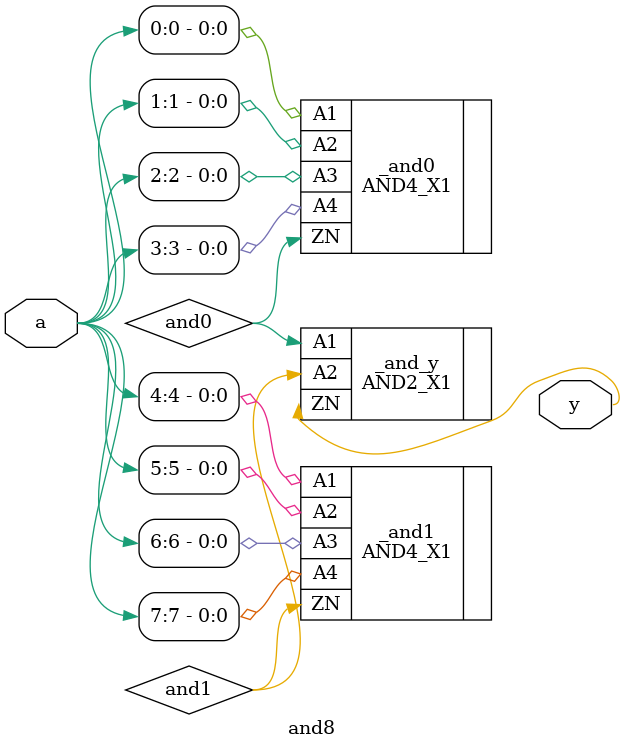
<source format=v>
`ifndef AND8_V
`define AND8_V

module and8 (
    input wire [7:0] a,
    output wire y
);
    wire and0;
    wire and1;

    AND4_X1 _and0(.A1(a[0]), .A2(a[1]), .A3(a[2]), .A4(a[3]), .ZN(and0));
    AND4_X1 _and1(.A1(a[4]), .A2(a[5]), .A3(a[6]), .A4(a[7]), .ZN(and1));

    AND2_X1 _and_y(.A1(and0), .A2(and1), .ZN(y));
endmodule

`endif

</source>
